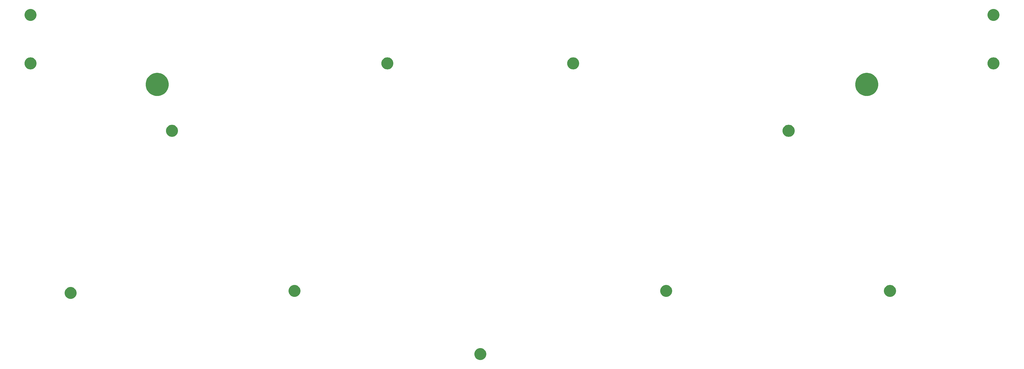
<source format=gbr>
G04 #@! TF.GenerationSoftware,KiCad,Pcbnew,(5.1.6)-1*
G04 #@! TF.CreationDate,2020-09-06T17:35:35-05:00*
G04 #@! TF.ProjectId,keyboard_bottom,6b657962-6f61-4726-945f-626f74746f6d,rev?*
G04 #@! TF.SameCoordinates,Original*
G04 #@! TF.FileFunction,Soldermask,Top*
G04 #@! TF.FilePolarity,Negative*
%FSLAX46Y46*%
G04 Gerber Fmt 4.6, Leading zero omitted, Abs format (unit mm)*
G04 Created by KiCad (PCBNEW (5.1.6)-1) date 2020-09-06 17:35:35*
%MOMM*%
%LPD*%
G01*
G04 APERTURE LIST*
%ADD10C,0.100000*%
G04 APERTURE END LIST*
D10*
G36*
X197125880Y-202547276D02*
G01*
X197506593Y-202623004D01*
X197916249Y-202792689D01*
X198284929Y-203039034D01*
X198598466Y-203352571D01*
X198844811Y-203721251D01*
X199014496Y-204130907D01*
X199101000Y-204565796D01*
X199101000Y-205009204D01*
X199014496Y-205444093D01*
X198844811Y-205853749D01*
X198598466Y-206222429D01*
X198284929Y-206535966D01*
X197916249Y-206782311D01*
X197506593Y-206951996D01*
X197125880Y-207027724D01*
X197071705Y-207038500D01*
X196628295Y-207038500D01*
X196574120Y-207027724D01*
X196193407Y-206951996D01*
X195783751Y-206782311D01*
X195415071Y-206535966D01*
X195101534Y-206222429D01*
X194855189Y-205853749D01*
X194685504Y-205444093D01*
X194599000Y-205009204D01*
X194599000Y-204565796D01*
X194685504Y-204130907D01*
X194855189Y-203721251D01*
X195101534Y-203352571D01*
X195415071Y-203039034D01*
X195783751Y-202792689D01*
X196193407Y-202623004D01*
X196574120Y-202547276D01*
X196628295Y-202536500D01*
X197071705Y-202536500D01*
X197125880Y-202547276D01*
G37*
G36*
X43138380Y-179528526D02*
G01*
X43519093Y-179604254D01*
X43928749Y-179773939D01*
X44297429Y-180020284D01*
X44610966Y-180333821D01*
X44857311Y-180702501D01*
X45026996Y-181112157D01*
X45113500Y-181547046D01*
X45113500Y-181990454D01*
X45026996Y-182425343D01*
X44857311Y-182834999D01*
X44610966Y-183203679D01*
X44297429Y-183517216D01*
X43928749Y-183763561D01*
X43519093Y-183933246D01*
X43138380Y-184008974D01*
X43084205Y-184019750D01*
X42640795Y-184019750D01*
X42586620Y-184008974D01*
X42205907Y-183933246D01*
X41796251Y-183763561D01*
X41427571Y-183517216D01*
X41114034Y-183203679D01*
X40867689Y-182834999D01*
X40698004Y-182425343D01*
X40611500Y-181990454D01*
X40611500Y-181547046D01*
X40698004Y-181112157D01*
X40867689Y-180702501D01*
X41114034Y-180333821D01*
X41427571Y-180020284D01*
X41796251Y-179773939D01*
X42205907Y-179604254D01*
X42586620Y-179528526D01*
X42640795Y-179517750D01*
X43084205Y-179517750D01*
X43138380Y-179528526D01*
G37*
G36*
X266975880Y-178734776D02*
G01*
X267356593Y-178810504D01*
X267766249Y-178980189D01*
X268134929Y-179226534D01*
X268448466Y-179540071D01*
X268694811Y-179908751D01*
X268864496Y-180318407D01*
X268951000Y-180753296D01*
X268951000Y-181196704D01*
X268864496Y-181631593D01*
X268694811Y-182041249D01*
X268448466Y-182409929D01*
X268134929Y-182723466D01*
X267766249Y-182969811D01*
X267356593Y-183139496D01*
X266975880Y-183215224D01*
X266921705Y-183226000D01*
X266478295Y-183226000D01*
X266424120Y-183215224D01*
X266043407Y-183139496D01*
X265633751Y-182969811D01*
X265265071Y-182723466D01*
X264951534Y-182409929D01*
X264705189Y-182041249D01*
X264535504Y-181631593D01*
X264449000Y-181196704D01*
X264449000Y-180753296D01*
X264535504Y-180318407D01*
X264705189Y-179908751D01*
X264951534Y-179540071D01*
X265265071Y-179226534D01*
X265633751Y-178980189D01*
X266043407Y-178810504D01*
X266424120Y-178734776D01*
X266478295Y-178724000D01*
X266921705Y-178724000D01*
X266975880Y-178734776D01*
G37*
G36*
X351113380Y-178734776D02*
G01*
X351494093Y-178810504D01*
X351903749Y-178980189D01*
X352272429Y-179226534D01*
X352585966Y-179540071D01*
X352832311Y-179908751D01*
X353001996Y-180318407D01*
X353088500Y-180753296D01*
X353088500Y-181196704D01*
X353001996Y-181631593D01*
X352832311Y-182041249D01*
X352585966Y-182409929D01*
X352272429Y-182723466D01*
X351903749Y-182969811D01*
X351494093Y-183139496D01*
X351113380Y-183215224D01*
X351059205Y-183226000D01*
X350615795Y-183226000D01*
X350561620Y-183215224D01*
X350180907Y-183139496D01*
X349771251Y-182969811D01*
X349402571Y-182723466D01*
X349089034Y-182409929D01*
X348842689Y-182041249D01*
X348673004Y-181631593D01*
X348586500Y-181196704D01*
X348586500Y-180753296D01*
X348673004Y-180318407D01*
X348842689Y-179908751D01*
X349089034Y-179540071D01*
X349402571Y-179226534D01*
X349771251Y-178980189D01*
X350180907Y-178810504D01*
X350561620Y-178734776D01*
X350615795Y-178724000D01*
X351059205Y-178724000D01*
X351113380Y-178734776D01*
G37*
G36*
X127275880Y-178734776D02*
G01*
X127656593Y-178810504D01*
X128066249Y-178980189D01*
X128434929Y-179226534D01*
X128748466Y-179540071D01*
X128994811Y-179908751D01*
X129164496Y-180318407D01*
X129251000Y-180753296D01*
X129251000Y-181196704D01*
X129164496Y-181631593D01*
X128994811Y-182041249D01*
X128748466Y-182409929D01*
X128434929Y-182723466D01*
X128066249Y-182969811D01*
X127656593Y-183139496D01*
X127275880Y-183215224D01*
X127221705Y-183226000D01*
X126778295Y-183226000D01*
X126724120Y-183215224D01*
X126343407Y-183139496D01*
X125933751Y-182969811D01*
X125565071Y-182723466D01*
X125251534Y-182409929D01*
X125005189Y-182041249D01*
X124835504Y-181631593D01*
X124749000Y-181196704D01*
X124749000Y-180753296D01*
X124835504Y-180318407D01*
X125005189Y-179908751D01*
X125251534Y-179540071D01*
X125565071Y-179226534D01*
X125933751Y-178980189D01*
X126343407Y-178810504D01*
X126724120Y-178734776D01*
X126778295Y-178724000D01*
X127221705Y-178724000D01*
X127275880Y-178734776D01*
G37*
G36*
X313013380Y-118409776D02*
G01*
X313394093Y-118485504D01*
X313803749Y-118655189D01*
X314172429Y-118901534D01*
X314485966Y-119215071D01*
X314732311Y-119583751D01*
X314901996Y-119993407D01*
X314988500Y-120428296D01*
X314988500Y-120871704D01*
X314901996Y-121306593D01*
X314732311Y-121716249D01*
X314485966Y-122084929D01*
X314172429Y-122398466D01*
X313803749Y-122644811D01*
X313394093Y-122814496D01*
X313013380Y-122890224D01*
X312959205Y-122901000D01*
X312515795Y-122901000D01*
X312461620Y-122890224D01*
X312080907Y-122814496D01*
X311671251Y-122644811D01*
X311302571Y-122398466D01*
X310989034Y-122084929D01*
X310742689Y-121716249D01*
X310573004Y-121306593D01*
X310486500Y-120871704D01*
X310486500Y-120428296D01*
X310573004Y-119993407D01*
X310742689Y-119583751D01*
X310989034Y-119215071D01*
X311302571Y-118901534D01*
X311671251Y-118655189D01*
X312080907Y-118485504D01*
X312461620Y-118409776D01*
X312515795Y-118399000D01*
X312959205Y-118399000D01*
X313013380Y-118409776D01*
G37*
G36*
X81238380Y-118409776D02*
G01*
X81619093Y-118485504D01*
X82028749Y-118655189D01*
X82397429Y-118901534D01*
X82710966Y-119215071D01*
X82957311Y-119583751D01*
X83126996Y-119993407D01*
X83213500Y-120428296D01*
X83213500Y-120871704D01*
X83126996Y-121306593D01*
X82957311Y-121716249D01*
X82710966Y-122084929D01*
X82397429Y-122398466D01*
X82028749Y-122644811D01*
X81619093Y-122814496D01*
X81238380Y-122890224D01*
X81184205Y-122901000D01*
X80740795Y-122901000D01*
X80686620Y-122890224D01*
X80305907Y-122814496D01*
X79896251Y-122644811D01*
X79527571Y-122398466D01*
X79214034Y-122084929D01*
X78967689Y-121716249D01*
X78798004Y-121306593D01*
X78711500Y-120871704D01*
X78711500Y-120428296D01*
X78798004Y-119993407D01*
X78967689Y-119583751D01*
X79214034Y-119215071D01*
X79527571Y-118901534D01*
X79896251Y-118655189D01*
X80305907Y-118485504D01*
X80686620Y-118409776D01*
X80740795Y-118399000D01*
X81184205Y-118399000D01*
X81238380Y-118409776D01*
G37*
G36*
X75954406Y-98860294D02*
G01*
X76675390Y-99003706D01*
X77467222Y-99331693D01*
X78179851Y-99807857D01*
X78785893Y-100413899D01*
X79262057Y-101126528D01*
X79590044Y-101918360D01*
X79757250Y-102758964D01*
X79757250Y-103616036D01*
X79590044Y-104456640D01*
X79262057Y-105248472D01*
X78785893Y-105961101D01*
X78179851Y-106567143D01*
X77467222Y-107043307D01*
X76675390Y-107371294D01*
X75954406Y-107514706D01*
X75834787Y-107538500D01*
X74977713Y-107538500D01*
X74858094Y-107514706D01*
X74137110Y-107371294D01*
X73345278Y-107043307D01*
X72632649Y-106567143D01*
X72026607Y-105961101D01*
X71550443Y-105248472D01*
X71222456Y-104456640D01*
X71055250Y-103616036D01*
X71055250Y-102758964D01*
X71222456Y-101918360D01*
X71550443Y-101126528D01*
X72026607Y-100413899D01*
X72632649Y-99807857D01*
X73345278Y-99331693D01*
X74137110Y-99003706D01*
X74858094Y-98860294D01*
X74977713Y-98836500D01*
X75834787Y-98836500D01*
X75954406Y-98860294D01*
G37*
G36*
X342654406Y-98860294D02*
G01*
X343375390Y-99003706D01*
X344167222Y-99331693D01*
X344879851Y-99807857D01*
X345485893Y-100413899D01*
X345962057Y-101126528D01*
X346290044Y-101918360D01*
X346457250Y-102758964D01*
X346457250Y-103616036D01*
X346290044Y-104456640D01*
X345962057Y-105248472D01*
X345485893Y-105961101D01*
X344879851Y-106567143D01*
X344167222Y-107043307D01*
X343375390Y-107371294D01*
X342654406Y-107514706D01*
X342534787Y-107538500D01*
X341677713Y-107538500D01*
X341558094Y-107514706D01*
X340837110Y-107371294D01*
X340045278Y-107043307D01*
X339332649Y-106567143D01*
X338726607Y-105961101D01*
X338250443Y-105248472D01*
X337922456Y-104456640D01*
X337755250Y-103616036D01*
X337755250Y-102758964D01*
X337922456Y-101918360D01*
X338250443Y-101126528D01*
X338726607Y-100413899D01*
X339332649Y-99807857D01*
X340045278Y-99331693D01*
X340837110Y-99003706D01*
X341558094Y-98860294D01*
X341677713Y-98836500D01*
X342534787Y-98836500D01*
X342654406Y-98860294D01*
G37*
G36*
X28057130Y-93009776D02*
G01*
X28437843Y-93085504D01*
X28847499Y-93255189D01*
X29216179Y-93501534D01*
X29529716Y-93815071D01*
X29776061Y-94183751D01*
X29945746Y-94593407D01*
X30032250Y-95028296D01*
X30032250Y-95471704D01*
X29945746Y-95906593D01*
X29776061Y-96316249D01*
X29529716Y-96684929D01*
X29216179Y-96998466D01*
X28847499Y-97244811D01*
X28437843Y-97414496D01*
X28057130Y-97490224D01*
X28002955Y-97501000D01*
X27559545Y-97501000D01*
X27505370Y-97490224D01*
X27124657Y-97414496D01*
X26715001Y-97244811D01*
X26346321Y-96998466D01*
X26032784Y-96684929D01*
X25786439Y-96316249D01*
X25616754Y-95906593D01*
X25530250Y-95471704D01*
X25530250Y-95028296D01*
X25616754Y-94593407D01*
X25786439Y-94183751D01*
X26032784Y-93815071D01*
X26346321Y-93501534D01*
X26715001Y-93255189D01*
X27124657Y-93085504D01*
X27505370Y-93009776D01*
X27559545Y-92999000D01*
X28002955Y-92999000D01*
X28057130Y-93009776D01*
G37*
G36*
X162200880Y-93009776D02*
G01*
X162581593Y-93085504D01*
X162991249Y-93255189D01*
X163359929Y-93501534D01*
X163673466Y-93815071D01*
X163919811Y-94183751D01*
X164089496Y-94593407D01*
X164176000Y-95028296D01*
X164176000Y-95471704D01*
X164089496Y-95906593D01*
X163919811Y-96316249D01*
X163673466Y-96684929D01*
X163359929Y-96998466D01*
X162991249Y-97244811D01*
X162581593Y-97414496D01*
X162200880Y-97490224D01*
X162146705Y-97501000D01*
X161703295Y-97501000D01*
X161649120Y-97490224D01*
X161268407Y-97414496D01*
X160858751Y-97244811D01*
X160490071Y-96998466D01*
X160176534Y-96684929D01*
X159930189Y-96316249D01*
X159760504Y-95906593D01*
X159674000Y-95471704D01*
X159674000Y-95028296D01*
X159760504Y-94593407D01*
X159930189Y-94183751D01*
X160176534Y-93815071D01*
X160490071Y-93501534D01*
X160858751Y-93255189D01*
X161268407Y-93085504D01*
X161649120Y-93009776D01*
X161703295Y-92999000D01*
X162146705Y-92999000D01*
X162200880Y-93009776D01*
G37*
G36*
X232050880Y-93009776D02*
G01*
X232431593Y-93085504D01*
X232841249Y-93255189D01*
X233209929Y-93501534D01*
X233523466Y-93815071D01*
X233769811Y-94183751D01*
X233939496Y-94593407D01*
X234026000Y-95028296D01*
X234026000Y-95471704D01*
X233939496Y-95906593D01*
X233769811Y-96316249D01*
X233523466Y-96684929D01*
X233209929Y-96998466D01*
X232841249Y-97244811D01*
X232431593Y-97414496D01*
X232050880Y-97490224D01*
X231996705Y-97501000D01*
X231553295Y-97501000D01*
X231499120Y-97490224D01*
X231118407Y-97414496D01*
X230708751Y-97244811D01*
X230340071Y-96998466D01*
X230026534Y-96684929D01*
X229780189Y-96316249D01*
X229610504Y-95906593D01*
X229524000Y-95471704D01*
X229524000Y-95028296D01*
X229610504Y-94593407D01*
X229780189Y-94183751D01*
X230026534Y-93815071D01*
X230340071Y-93501534D01*
X230708751Y-93255189D01*
X231118407Y-93085504D01*
X231499120Y-93009776D01*
X231553295Y-92999000D01*
X231996705Y-92999000D01*
X232050880Y-93009776D01*
G37*
G36*
X390007130Y-93009776D02*
G01*
X390387843Y-93085504D01*
X390797499Y-93255189D01*
X391166179Y-93501534D01*
X391479716Y-93815071D01*
X391726061Y-94183751D01*
X391895746Y-94593407D01*
X391982250Y-95028296D01*
X391982250Y-95471704D01*
X391895746Y-95906593D01*
X391726061Y-96316249D01*
X391479716Y-96684929D01*
X391166179Y-96998466D01*
X390797499Y-97244811D01*
X390387843Y-97414496D01*
X390007130Y-97490224D01*
X389952955Y-97501000D01*
X389509545Y-97501000D01*
X389455370Y-97490224D01*
X389074657Y-97414496D01*
X388665001Y-97244811D01*
X388296321Y-96998466D01*
X387982784Y-96684929D01*
X387736439Y-96316249D01*
X387566754Y-95906593D01*
X387480250Y-95471704D01*
X387480250Y-95028296D01*
X387566754Y-94593407D01*
X387736439Y-94183751D01*
X387982784Y-93815071D01*
X388296321Y-93501534D01*
X388665001Y-93255189D01*
X389074657Y-93085504D01*
X389455370Y-93009776D01*
X389509545Y-92999000D01*
X389952955Y-92999000D01*
X390007130Y-93009776D01*
G37*
G36*
X390007130Y-74753526D02*
G01*
X390387843Y-74829254D01*
X390797499Y-74998939D01*
X391166179Y-75245284D01*
X391479716Y-75558821D01*
X391726061Y-75927501D01*
X391895746Y-76337157D01*
X391982250Y-76772046D01*
X391982250Y-77215454D01*
X391895746Y-77650343D01*
X391726061Y-78059999D01*
X391479716Y-78428679D01*
X391166179Y-78742216D01*
X390797499Y-78988561D01*
X390387843Y-79158246D01*
X390007130Y-79233974D01*
X389952955Y-79244750D01*
X389509545Y-79244750D01*
X389455370Y-79233974D01*
X389074657Y-79158246D01*
X388665001Y-78988561D01*
X388296321Y-78742216D01*
X387982784Y-78428679D01*
X387736439Y-78059999D01*
X387566754Y-77650343D01*
X387480250Y-77215454D01*
X387480250Y-76772046D01*
X387566754Y-76337157D01*
X387736439Y-75927501D01*
X387982784Y-75558821D01*
X388296321Y-75245284D01*
X388665001Y-74998939D01*
X389074657Y-74829254D01*
X389455370Y-74753526D01*
X389509545Y-74742750D01*
X389952955Y-74742750D01*
X390007130Y-74753526D01*
G37*
G36*
X28057130Y-74753526D02*
G01*
X28437843Y-74829254D01*
X28847499Y-74998939D01*
X29216179Y-75245284D01*
X29529716Y-75558821D01*
X29776061Y-75927501D01*
X29945746Y-76337157D01*
X30032250Y-76772046D01*
X30032250Y-77215454D01*
X29945746Y-77650343D01*
X29776061Y-78059999D01*
X29529716Y-78428679D01*
X29216179Y-78742216D01*
X28847499Y-78988561D01*
X28437843Y-79158246D01*
X28057130Y-79233974D01*
X28002955Y-79244750D01*
X27559545Y-79244750D01*
X27505370Y-79233974D01*
X27124657Y-79158246D01*
X26715001Y-78988561D01*
X26346321Y-78742216D01*
X26032784Y-78428679D01*
X25786439Y-78059999D01*
X25616754Y-77650343D01*
X25530250Y-77215454D01*
X25530250Y-76772046D01*
X25616754Y-76337157D01*
X25786439Y-75927501D01*
X26032784Y-75558821D01*
X26346321Y-75245284D01*
X26715001Y-74998939D01*
X27124657Y-74829254D01*
X27505370Y-74753526D01*
X27559545Y-74742750D01*
X28002955Y-74742750D01*
X28057130Y-74753526D01*
G37*
M02*

</source>
